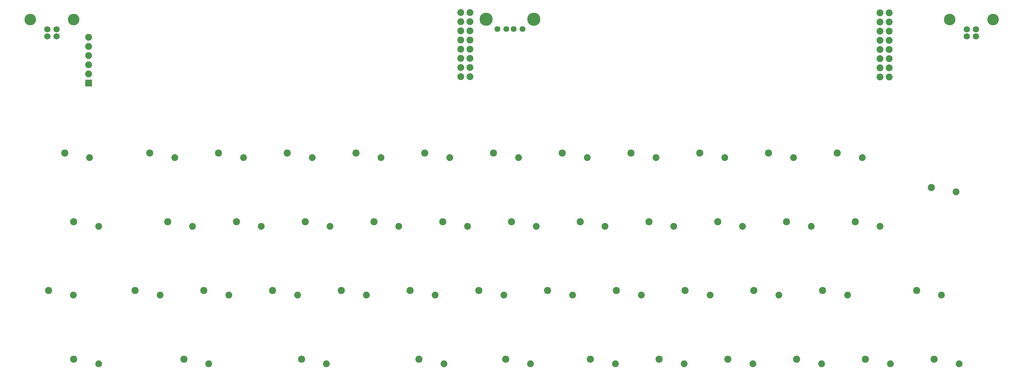
<source format=gts>
G04 Layer: TopSolderMaskLayer*
G04 EasyEDA v6.5.34, 2023-08-13 23:18:08*
G04 4af7dcaf46fa4c71bde35255d9dd92c6,5a6b42c53f6a479593ecc07194224c93,10*
G04 Gerber Generator version 0.2*
G04 Scale: 100 percent, Rotated: No, Reflected: No *
G04 Dimensions in millimeters *
G04 leading zeros omitted , absolute positions ,4 integer and 5 decimal *
%FSLAX45Y45*%
%MOMM*%

%AMMACRO1*1,1,$1,$2,$3*1,1,$1,$4,$5*1,1,$1,0-$2,0-$3*1,1,$1,0-$4,0-$5*20,1,$1,$2,$3,$4,$5,0*20,1,$1,$4,$5,0-$2,0-$3,0*20,1,$1,0-$2,0-$3,0-$4,0-$5,0*20,1,$1,0-$4,0-$5,$2,$3,0*4,1,4,$2,$3,$4,$5,0-$2,0-$3,0-$4,0-$5,$2,$3,0*%
%ADD10C,1.9812*%
%ADD11C,1.8796*%
%ADD12C,1.6342*%
%ADD13C,3.6533*%
%ADD14C,3.2032*%
%ADD15C,1.7272*%
%ADD16C,1.9016*%
%ADD17MACRO1,0.1016X-0.9X0.9X0.9X0.9*%

%LPD*%
D10*
G01*
X1461312Y6715505D03*
D11*
G01*
X2151303Y6595490D03*
D10*
G01*
X3817213Y6715505D03*
D11*
G01*
X4507204Y6595490D03*
D10*
G01*
X5722213Y6715505D03*
D11*
G01*
X6412204Y6595490D03*
D10*
G01*
X7627213Y6715505D03*
D11*
G01*
X8317204Y6595490D03*
D10*
G01*
X9532213Y6715505D03*
D11*
G01*
X10222204Y6595490D03*
D10*
G01*
X11437213Y6715505D03*
D11*
G01*
X12127204Y6595490D03*
D10*
G01*
X13342188Y6715505D03*
D11*
G01*
X14032179Y6595490D03*
D10*
G01*
X15247213Y6715505D03*
D11*
G01*
X15937204Y6595490D03*
D10*
G01*
X17152188Y6715505D03*
D11*
G01*
X17842179Y6595490D03*
D10*
G01*
X19057188Y6715505D03*
D11*
G01*
X19747179Y6595490D03*
D10*
G01*
X20962188Y6715505D03*
D11*
G01*
X21652179Y6595490D03*
D10*
G01*
X22867188Y6715505D03*
D11*
G01*
X23557179Y6595490D03*
D10*
G01*
X25470713Y5763005D03*
D11*
G01*
X26160704Y5642990D03*
D10*
G01*
X1709013Y4810505D03*
D11*
G01*
X2399004Y4690490D03*
D10*
G01*
X4312513Y4810505D03*
D11*
G01*
X5002504Y4690490D03*
D10*
G01*
X6217513Y4810505D03*
D11*
G01*
X6907504Y4690490D03*
D10*
G01*
X8122513Y4810505D03*
D11*
G01*
X8812504Y4690490D03*
D10*
G01*
X10027513Y4810505D03*
D11*
G01*
X10717504Y4690490D03*
D10*
G01*
X11932513Y4810505D03*
D11*
G01*
X12622504Y4690490D03*
D10*
G01*
X13837513Y4810505D03*
D11*
G01*
X14527504Y4690490D03*
D10*
G01*
X15742513Y4810505D03*
D11*
G01*
X16432504Y4690490D03*
D10*
G01*
X17647513Y4810505D03*
D11*
G01*
X18337504Y4690490D03*
D10*
G01*
X19552513Y4810505D03*
D11*
G01*
X20242504Y4690490D03*
D10*
G01*
X21457513Y4810505D03*
D11*
G01*
X22147504Y4690490D03*
D10*
G01*
X23362513Y4810505D03*
D11*
G01*
X24052504Y4690490D03*
D10*
G01*
X1010513Y2905505D03*
D11*
G01*
X1700504Y2785490D03*
D10*
G01*
X3410813Y2905505D03*
D11*
G01*
X4100804Y2785490D03*
D10*
G01*
X5315813Y2905505D03*
D11*
G01*
X6005804Y2785490D03*
D10*
G01*
X7220813Y2905505D03*
D11*
G01*
X7910804Y2785490D03*
D10*
G01*
X9125813Y2905505D03*
D11*
G01*
X9815804Y2785490D03*
D10*
G01*
X11030813Y2905505D03*
D11*
G01*
X11720804Y2785490D03*
D10*
G01*
X12935813Y2905505D03*
D11*
G01*
X13625804Y2785490D03*
D10*
G01*
X14840813Y2905505D03*
D11*
G01*
X15530804Y2785490D03*
D10*
G01*
X16745813Y2905505D03*
D11*
G01*
X17435804Y2785490D03*
D10*
G01*
X18650813Y2905505D03*
D11*
G01*
X19340804Y2785490D03*
D10*
G01*
X20555813Y2905505D03*
D11*
G01*
X21245804Y2785490D03*
D10*
G01*
X22460813Y2905505D03*
D11*
G01*
X23150804Y2785490D03*
D10*
G01*
X25064313Y2905505D03*
D11*
G01*
X25754304Y2785490D03*
D10*
G01*
X1709013Y1000505D03*
D11*
G01*
X2399004Y880490D03*
D10*
G01*
X4763312Y1000505D03*
D11*
G01*
X5453303Y880490D03*
D10*
G01*
X8020913Y1000505D03*
D11*
G01*
X8710904Y880490D03*
D10*
G01*
X11278412Y1000505D03*
D11*
G01*
X11968403Y880490D03*
D10*
G01*
X13678712Y1000505D03*
D11*
G01*
X14368703Y880490D03*
D10*
G01*
X16028212Y1000505D03*
D11*
G01*
X16718203Y880490D03*
D10*
G01*
X17933212Y1000505D03*
D11*
G01*
X18623203Y880490D03*
D10*
G01*
X19838212Y1000505D03*
D11*
G01*
X20528203Y880490D03*
D10*
G01*
X21743212Y1000505D03*
D11*
G01*
X22433203Y880490D03*
D10*
G01*
X23648212Y1000505D03*
D11*
G01*
X24338203Y880490D03*
D10*
G01*
X25553212Y1000505D03*
D11*
G01*
X26243203Y880490D03*
D12*
G01*
X13449300Y10160000D03*
G01*
X13699286Y10160000D03*
G01*
X13899286Y10160000D03*
G01*
X14149298Y10160000D03*
D13*
G01*
X13142290Y10430992D03*
G01*
X14456308Y10430992D03*
D14*
G01*
X502920Y10420883D03*
G01*
X1706930Y10420883D03*
D15*
G01*
X1229918Y10149890D03*
G01*
X979931Y10149890D03*
G01*
X979931Y9949891D03*
G01*
X1229918Y9949891D03*
D14*
G01*
X25979094Y10420883D03*
G01*
X27183105Y10420883D03*
D15*
G01*
X26706093Y10149890D03*
G01*
X26456106Y10149890D03*
G01*
X26456106Y9949891D03*
G01*
X26706093Y9949891D03*
D16*
G01*
X12687300Y10617200D03*
G01*
X12433300Y10617200D03*
G01*
X12687300Y10363200D03*
G01*
X12433300Y10363200D03*
G01*
X12433300Y10109200D03*
G01*
X12687300Y10109200D03*
G01*
X12433300Y9855200D03*
G01*
X12687300Y9855200D03*
G01*
X12433300Y9601200D03*
G01*
X12687300Y9601200D03*
G01*
X12433300Y9347200D03*
G01*
X12687300Y9347200D03*
G01*
X12433300Y9093200D03*
G01*
X12687300Y9093200D03*
G01*
X12433300Y8839200D03*
G01*
X12687300Y8839200D03*
G01*
X24307800Y8826500D03*
G01*
X24053800Y8826500D03*
G01*
X24307800Y9080500D03*
G01*
X24053800Y9080500D03*
G01*
X24307800Y9334500D03*
G01*
X24053800Y9334500D03*
G01*
X24307800Y9588500D03*
G01*
X24053800Y9588500D03*
G01*
X24307800Y9842500D03*
G01*
X24053800Y9842500D03*
G01*
X24307800Y10096500D03*
G01*
X24053800Y10096500D03*
G01*
X24053800Y10350500D03*
G01*
X24307800Y10350500D03*
G01*
X24053800Y10604500D03*
G01*
X24307800Y10604500D03*
D17*
G01*
X2120900Y8661400D03*
D16*
G01*
X2120900Y8915400D03*
G01*
X2120900Y9169400D03*
G01*
X2120900Y9423400D03*
G01*
X2120900Y9677400D03*
G01*
X2120900Y9931400D03*
M02*

</source>
